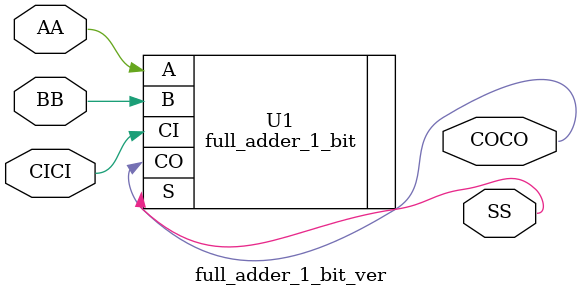
<source format=v>
`timescale 1ns / 1ps


module full_adder_1_bit_ver(
    input wire AA,
    input wire BB,
    input wire CICI,
    output wire SS,
    output wire COCO
    );
    
full_adder_1_bit U1(
    .A(AA), .B(BB), .CI(CICI),
    .S(SS), .CO(COCO)
    );
    
endmodule

</source>
